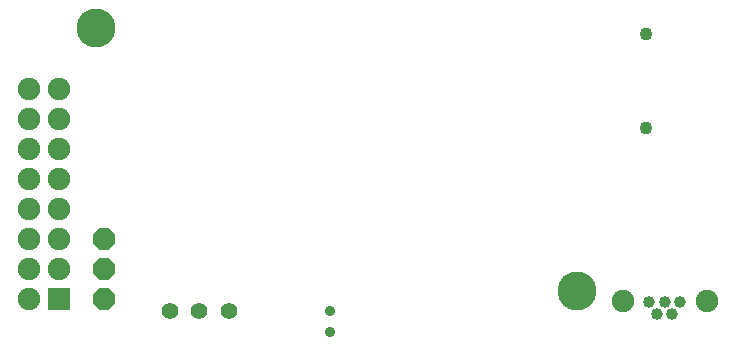
<source format=gbr>
G04 EAGLE Gerber RS-274X export*
G75*
%MOMM*%
%FSLAX34Y34*%
%LPD*%
%INSoldermask Bottom*%
%IPPOS*%
%AMOC8*
5,1,8,0,0,1.08239X$1,22.5*%
G01*
%ADD10C,3.301600*%
%ADD11R,1.901600X1.901600*%
%ADD12C,1.901600*%
%ADD13C,1.009600*%
%ADD14C,1.904750*%
%ADD15C,1.409600*%
%ADD16C,0.901600*%
%ADD17P,2.004153X8X22.500000*%
%ADD18C,1.101600*%


D10*
X502500Y45000D03*
X95000Y267500D03*
D11*
X63500Y38100D03*
D12*
X38100Y38100D03*
X63500Y63500D03*
X38100Y63500D03*
X63500Y88900D03*
X38100Y88900D03*
X63500Y114300D03*
X38100Y114300D03*
X63500Y139700D03*
X38100Y139700D03*
X63500Y165100D03*
X38100Y165100D03*
X63500Y190500D03*
X38100Y190500D03*
X63500Y215900D03*
X38100Y215900D03*
D13*
X563580Y35220D03*
X570080Y25220D03*
X576580Y35220D03*
X583080Y25220D03*
X589580Y35220D03*
D14*
X540830Y36320D03*
X612330Y36320D03*
D15*
X207500Y27940D03*
X182500Y27940D03*
X157500Y27940D03*
D16*
X293370Y27669D03*
X293370Y9669D03*
D17*
X101600Y88900D03*
X101600Y63500D03*
X101600Y38100D03*
D18*
X560820Y182500D03*
X560820Y262500D03*
M02*

</source>
